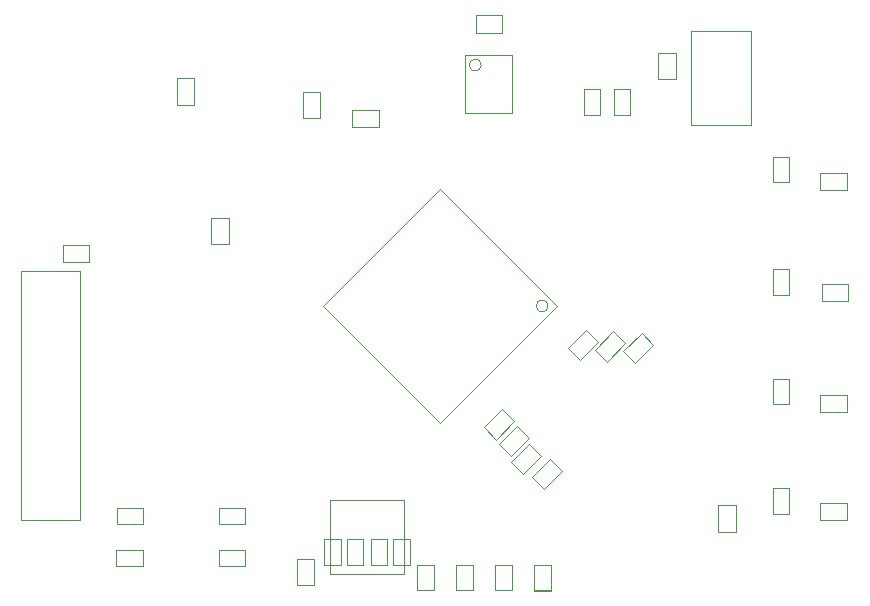
<source format=gbr>
%TF.GenerationSoftware,Altium Limited,Altium Designer,19.1.8 (144)*%
G04 Layer_Color=16711935*
%FSLAX23Y23*%
%MOIN*%
%TF.FileFunction,Other,Mechanical_13*%
%TF.Part,Single*%
G01*
G75*
%TA.AperFunction,NonConductor*%
%ADD66C,0.004*%
D66*
X1636Y1803D02*
G03*
X1636Y1803I-20J0D01*
G01*
X1859Y1000D02*
G03*
X1859Y1000I-20J0D01*
G01*
X103Y285D02*
Y1115D01*
X297Y285D02*
Y1115D01*
X103D02*
X297D01*
X103Y285D02*
X297D01*
X2171Y910D02*
X2210Y871D01*
X2110Y849D02*
X2149Y810D01*
X2210Y871D01*
X2110Y849D02*
X2171Y910D01*
X1023Y70D02*
X1077D01*
X1023Y157D02*
X1077D01*
Y70D02*
Y157D01*
X1023Y70D02*
Y157D01*
X1804Y430D02*
X1865Y491D01*
X1845Y389D02*
X1906Y450D01*
X1804Y430D02*
X1845Y389D01*
X1865Y491D02*
X1906Y450D01*
X1644Y595D02*
X1705Y656D01*
X1685Y554D02*
X1746Y615D01*
X1644Y595D02*
X1685Y554D01*
X1705Y656D02*
X1746Y615D01*
X1618Y1911D02*
X1705D01*
X1618Y1969D02*
X1705D01*
Y1911D02*
Y1969D01*
X1618Y1911D02*
Y1969D01*
X1294Y1596D02*
Y1654D01*
X1206Y1596D02*
Y1654D01*
X1294D01*
X1206Y1596D02*
X1294D01*
X1042Y1713D02*
X1098D01*
X1042Y1627D02*
X1098D01*
X1042D02*
Y1713D01*
X1098Y1627D02*
Y1713D01*
X2766Y286D02*
X2854D01*
X2766Y344D02*
X2854D01*
X2766Y286D02*
Y344D01*
X2854Y286D02*
Y344D01*
X2607Y307D02*
Y393D01*
X2663Y307D02*
Y393D01*
X2607D02*
X2663D01*
X2607Y307D02*
X2663D01*
X2766Y646D02*
X2854D01*
X2766Y704D02*
X2854D01*
X2766Y646D02*
Y704D01*
X2854Y646D02*
Y704D01*
X2607Y672D02*
Y758D01*
X2663Y672D02*
Y758D01*
X2607D02*
X2663D01*
X2607Y672D02*
X2663D01*
X2607Y1037D02*
Y1123D01*
X2663Y1037D02*
Y1123D01*
X2607D02*
X2663D01*
X2607Y1037D02*
X2663D01*
X2607Y1498D02*
X2607Y1412D01*
X2663Y1412D02*
Y1498D01*
X2607D02*
X2663D01*
X2607Y1412D02*
X2663Y1412D01*
X2773Y1016D02*
X2860D01*
X2773Y1074D02*
X2860D01*
X2773Y1016D02*
Y1074D01*
X2860Y1016D02*
Y1074D01*
X2854Y1386D02*
Y1444D01*
X2766Y1386D02*
Y1444D01*
X2854D01*
X2766Y1386D02*
X2854D01*
X2078Y1723D02*
X2132D01*
X2078Y1637D02*
X2132D01*
X2078D02*
Y1723D01*
X2132Y1637D02*
Y1723D01*
X1978D02*
X2032D01*
X1978Y1637D02*
X2032D01*
X1978D02*
Y1723D01*
X2032Y1637D02*
Y1723D01*
X242Y1202D02*
X328D01*
X242Y1148D02*
X328D01*
Y1202D01*
X242Y1148D02*
Y1202D01*
X1423Y52D02*
X1477D01*
X1423Y138D02*
X1477D01*
Y52D02*
Y138D01*
X1423Y52D02*
Y138D01*
X1553Y52D02*
Y138D01*
X1607Y52D02*
Y138D01*
X1553D02*
X1607D01*
X1553Y52D02*
X1607D01*
X1683Y52D02*
Y138D01*
X1737Y52D02*
Y138D01*
X1683D02*
X1737D01*
X1683Y52D02*
X1737D01*
X1813Y50D02*
X1867D01*
X1813Y137D02*
X1867D01*
Y50D02*
Y137D01*
X1813Y50D02*
Y137D01*
X1734Y480D02*
X1795Y541D01*
X1775Y439D02*
X1836Y500D01*
X1734Y480D02*
X1775Y439D01*
X1795Y541D02*
X1836Y500D01*
X1756Y601D02*
X1796Y561D01*
X1694Y539D02*
X1734Y499D01*
X1796Y561D01*
X1694Y539D02*
X1756Y601D01*
X2226Y1844D02*
X2284D01*
X2226Y1756D02*
X2284D01*
Y1844D01*
X2226Y1756D02*
Y1844D01*
X1581Y1642D02*
X1739D01*
X1581Y1838D02*
X1739D01*
Y1642D02*
Y1838D01*
X1581Y1642D02*
Y1838D01*
X422Y327D02*
X508D01*
X422Y273D02*
X508D01*
Y327D01*
X422Y273D02*
Y327D01*
X507Y133D02*
Y187D01*
X420Y133D02*
Y187D01*
X507D01*
X420Y133D02*
X507D01*
X848Y273D02*
Y327D01*
X762Y273D02*
Y327D01*
X848D01*
X762Y273D02*
X848D01*
Y133D02*
Y187D01*
X762Y133D02*
Y187D01*
X848D01*
X762Y133D02*
X848D01*
X1113Y137D02*
Y223D01*
X1167Y137D02*
Y223D01*
X1113D02*
X1167D01*
X1113Y137D02*
X1167D01*
X1188D02*
Y223D01*
X1242Y137D02*
Y223D01*
X1188D02*
X1242D01*
X1188Y137D02*
X1242D01*
X1268D02*
Y223D01*
X1322Y137D02*
Y223D01*
X1268D02*
X1322D01*
X1268Y137D02*
X1322D01*
X1343D02*
Y223D01*
X1397Y137D02*
Y223D01*
X1343D02*
X1397D01*
X1343Y137D02*
X1397D01*
X2335Y1603D02*
X2535D01*
X2335D02*
Y1917D01*
X2535D01*
Y1603D02*
Y1917D01*
X736Y1206D02*
Y1294D01*
X794Y1206D02*
Y1294D01*
X736Y1206D02*
X794D01*
X736Y1294D02*
X794D01*
X621Y1759D02*
X679D01*
X621Y1671D02*
X679D01*
Y1759D01*
X621Y1671D02*
Y1759D01*
X2054Y814D02*
X2116Y876D01*
X2014Y854D02*
X2076Y916D01*
X2116Y876D01*
X2014Y854D02*
X2054Y814D01*
X1924Y859D02*
X1986Y921D01*
X1964Y819D02*
X2026Y881D01*
X1924Y859D02*
X1964Y819D01*
X1986Y921D02*
X2026Y881D01*
X2484Y248D02*
Y335D01*
X2426Y248D02*
Y335D01*
X2484D01*
X2426Y248D02*
X2484D01*
X1133Y352D02*
X1377D01*
X1133Y108D02*
Y352D01*
X1377Y108D02*
Y352D01*
X1133Y108D02*
X1377D01*
X1423Y54D02*
X1477D01*
X1423Y136D02*
X1477D01*
X1423Y54D02*
Y136D01*
X1477Y54D02*
Y136D01*
X1553Y54D02*
X1607D01*
X1553Y136D02*
X1607D01*
X1553Y54D02*
Y136D01*
X1607Y54D02*
Y136D01*
X1683Y52D02*
X1737D01*
X1683Y135D02*
X1737D01*
X1683Y52D02*
Y135D01*
X1737Y52D02*
Y135D01*
X1813Y52D02*
X1867D01*
X1813Y135D02*
X1867D01*
X1813Y52D02*
Y135D01*
X1867Y52D02*
Y135D01*
X1110Y1000D02*
X1500Y1390D01*
Y610D02*
X1890Y1000D01*
X1110D02*
X1500Y610D01*
Y1390D02*
X1890Y1000D01*
%TF.MD5,b331da0c7f3655d75b6ba49e4af1299f*%
M02*

</source>
